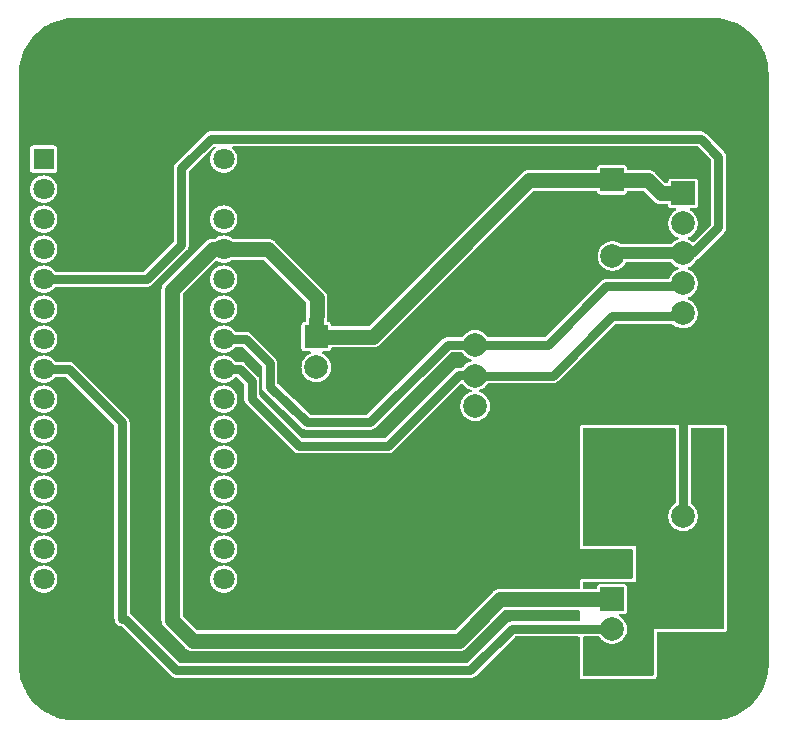
<source format=gtl>
G04 Layer: TopLayer*
G04 EasyEDA v6.4.19.5, 2021-05-28T08:08:18--3:00*
G04 c9b473d587b343d0a851897dfaf33f8f,59636247558045d2802cba280e4ac9d9,10*
G04 Gerber Generator version 0.2*
G04 Scale: 100 percent, Rotated: No, Reflected: No *
G04 Dimensions in millimeters *
G04 leading zeros omitted , absolute positions ,4 integer and 5 decimal *
%FSLAX45Y45*%
%MOMM*%

%ADD11C,1.2700*%
%ADD12C,0.7620*%
%ADD13C,1.0160*%
%ADD14R,2.0000X2.0000*%
%ADD15C,2.0000*%
%ADD16C,4.5000*%
%ADD17R,1.8000X1.8000*%
%ADD18C,1.8000*%

%LPD*%
G36*
X298043Y25654D02*
G01*
X267970Y26720D01*
X238302Y29667D01*
X208940Y34493D01*
X179882Y41097D01*
X151333Y49530D01*
X123342Y59791D01*
X96062Y71729D01*
X69596Y85394D01*
X43992Y100634D01*
X19456Y117500D01*
X-4013Y135890D01*
X-26263Y155702D01*
X-47244Y176834D01*
X-66852Y199288D01*
X-84988Y222910D01*
X-101600Y247599D01*
X-116687Y273304D01*
X-130098Y299923D01*
X-141782Y327304D01*
X-151739Y355346D01*
X-159969Y383997D01*
X-166319Y413105D01*
X-170840Y442569D01*
X-173532Y472236D01*
X-174345Y501446D01*
X-174345Y5501995D01*
X-173228Y5532170D01*
X-170281Y5561736D01*
X-165506Y5591048D01*
X-158902Y5620004D01*
X-150469Y5648502D01*
X-140309Y5676442D01*
X-128371Y5703671D01*
X-114808Y5730087D01*
X-99568Y5755589D01*
X-82804Y5780125D01*
X-64516Y5803544D01*
X-44805Y5825744D01*
X-23723Y5846673D01*
X-1371Y5866282D01*
X22148Y5884418D01*
X46786Y5901080D01*
X72390Y5916117D01*
X98856Y5929579D01*
X126187Y5941314D01*
X154127Y5951321D01*
X182676Y5959602D01*
X211683Y5966053D01*
X241046Y5970625D01*
X270611Y5973419D01*
X300532Y5974334D01*
X5701080Y5974334D01*
X5731662Y5973267D01*
X5761228Y5970371D01*
X5790590Y5965596D01*
X5819597Y5958992D01*
X5848096Y5950610D01*
X5876036Y5940450D01*
X5903315Y5928563D01*
X5929731Y5914948D01*
X5955284Y5899759D01*
X5979820Y5882995D01*
X6003290Y5864707D01*
X6025540Y5844997D01*
X6046520Y5823915D01*
X6066129Y5801563D01*
X6084316Y5778042D01*
X6100978Y5753404D01*
X6116066Y5727750D01*
X6129528Y5701284D01*
X6141262Y5673953D01*
X6151321Y5645962D01*
X6159550Y5617413D01*
X6166002Y5588355D01*
X6170625Y5558993D01*
X6173419Y5529376D01*
X6174333Y5499455D01*
X6174282Y509778D01*
X6173927Y479094D01*
X6171641Y449224D01*
X6167475Y419506D01*
X6161481Y390144D01*
X6153607Y361238D01*
X6143955Y332892D01*
X6132525Y305206D01*
X6119368Y278282D01*
X6104534Y252221D01*
X6088075Y227177D01*
X6070041Y203200D01*
X6050584Y180441D01*
X6029706Y158953D01*
X6007506Y138785D01*
X5984087Y120091D01*
X5959551Y102920D01*
X5933948Y87325D01*
X5907430Y73406D01*
X5880049Y61163D01*
X5852007Y50647D01*
X5823305Y41960D01*
X5794146Y35052D01*
X5764631Y30073D01*
X5734812Y26924D01*
X5704738Y25654D01*
G37*

%LPC*%
G36*
X4600549Y374345D02*
G01*
X5199430Y374345D01*
X5205679Y375056D01*
X5211114Y376936D01*
X5215940Y379984D01*
X5220004Y384048D01*
X5223052Y388874D01*
X5224932Y394309D01*
X5225643Y400558D01*
X5225643Y764184D01*
X5226405Y768096D01*
X5228640Y771347D01*
X5231942Y773582D01*
X5235803Y774344D01*
X5799429Y774344D01*
X5805678Y775055D01*
X5811113Y776935D01*
X5815939Y779983D01*
X5820003Y784047D01*
X5823051Y788873D01*
X5824931Y794308D01*
X5825642Y800557D01*
X5825642Y2499410D01*
X5824931Y2505710D01*
X5823051Y2511094D01*
X5820003Y2515971D01*
X5815939Y2519984D01*
X5811113Y2523032D01*
X5805678Y2524963D01*
X5799429Y2525674D01*
X4600549Y2525674D01*
X4594301Y2524963D01*
X4588916Y2523032D01*
X4584039Y2519984D01*
X4579975Y2515971D01*
X4576927Y2511094D01*
X4575048Y2505710D01*
X4574336Y2499410D01*
X4574336Y1500581D01*
X4575048Y1494282D01*
X4576927Y1488897D01*
X4579975Y1484020D01*
X4584039Y1480007D01*
X4588916Y1476959D01*
X4594301Y1475028D01*
X4600549Y1474368D01*
X5014163Y1474368D01*
X5018074Y1473555D01*
X5021376Y1471371D01*
X5023561Y1468069D01*
X5024323Y1464208D01*
X5024323Y1235811D01*
X5023561Y1231950D01*
X5021376Y1228648D01*
X5018074Y1226413D01*
X5014163Y1225651D01*
X4600549Y1225651D01*
X4594301Y1224940D01*
X4588916Y1223060D01*
X4584039Y1220012D01*
X4579975Y1215948D01*
X4576927Y1211122D01*
X4575048Y1205687D01*
X4574336Y1199438D01*
X4574336Y1149350D01*
X4573574Y1145438D01*
X4571390Y1142187D01*
X4568088Y1139952D01*
X4564176Y1139190D01*
X3900119Y1139190D01*
X3893565Y1138936D01*
X3887215Y1138275D01*
X3880967Y1137158D01*
X3874820Y1135583D01*
X3868775Y1133551D01*
X3862882Y1131112D01*
X3857193Y1128268D01*
X3851706Y1125016D01*
X3846474Y1121410D01*
X3841546Y1117396D01*
X3836771Y1112926D01*
X3515969Y792175D01*
X3512667Y789940D01*
X3508756Y789178D01*
X1341120Y789178D01*
X1337208Y789940D01*
X1333906Y792175D01*
X1215085Y910996D01*
X1212850Y914298D01*
X1212088Y918210D01*
X1212088Y3631692D01*
X1212850Y3635603D01*
X1215085Y3638905D01*
X1491081Y3914901D01*
X1493875Y3916883D01*
X1497177Y3917848D01*
X1500581Y3917645D01*
X1503730Y3916324D01*
X1506270Y3914648D01*
X1519428Y3908501D01*
X1533245Y3903979D01*
X1547520Y3901287D01*
X1561998Y3900373D01*
X1576476Y3901287D01*
X1590751Y3903979D01*
X1604568Y3908501D01*
X1617726Y3914648D01*
X1629968Y3922471D01*
X1632457Y3924503D01*
X1635506Y3926230D01*
X1638909Y3926840D01*
X1892807Y3926840D01*
X1896719Y3926078D01*
X1900021Y3923842D01*
X2257247Y3566617D01*
X2259482Y3563264D01*
X2260193Y3559301D01*
X2257907Y3410661D01*
X2257094Y3406851D01*
X2254910Y3403600D01*
X2251608Y3401415D01*
X2247747Y3400653D01*
X2245563Y3400653D01*
X2239314Y3399942D01*
X2233879Y3398062D01*
X2229053Y3395014D01*
X2224989Y3390950D01*
X2221941Y3386124D01*
X2220061Y3380689D01*
X2219350Y3374440D01*
X2219350Y3175558D01*
X2220061Y3169310D01*
X2221941Y3163925D01*
X2224989Y3159048D01*
X2229053Y3154984D01*
X2233879Y3151936D01*
X2239314Y3150057D01*
X2245563Y3149346D01*
X2290622Y3149346D01*
X2294483Y3148584D01*
X2297734Y3146450D01*
X2299970Y3143199D01*
X2300782Y3139389D01*
X2300071Y3135528D01*
X2297988Y3132175D01*
X2294788Y3129940D01*
X2286609Y3126232D01*
X2273655Y3118408D01*
X2261666Y3109061D01*
X2250948Y3098342D01*
X2241600Y3086354D01*
X2233777Y3073400D01*
X2227529Y3059582D01*
X2223008Y3045053D01*
X2220264Y3030169D01*
X2219350Y3015030D01*
X2220264Y2999841D01*
X2223008Y2984957D01*
X2227529Y2970479D01*
X2233777Y2956610D01*
X2241600Y2943656D01*
X2250948Y2931718D01*
X2261666Y2920949D01*
X2273655Y2911602D01*
X2286609Y2903778D01*
X2300427Y2897530D01*
X2314956Y2893009D01*
X2329840Y2890266D01*
X2344978Y2889351D01*
X2360168Y2890266D01*
X2375052Y2893009D01*
X2389530Y2897530D01*
X2403398Y2903778D01*
X2416352Y2911602D01*
X2428290Y2920949D01*
X2439060Y2931718D01*
X2448407Y2943656D01*
X2456230Y2956610D01*
X2462479Y2970479D01*
X2467000Y2984957D01*
X2469743Y2999841D01*
X2470658Y3015030D01*
X2469743Y3030169D01*
X2467000Y3045053D01*
X2462479Y3059582D01*
X2456230Y3073400D01*
X2448407Y3086354D01*
X2439060Y3098342D01*
X2428290Y3109061D01*
X2416352Y3118408D01*
X2403398Y3126232D01*
X2395220Y3129940D01*
X2392019Y3132175D01*
X2389936Y3135528D01*
X2389225Y3139389D01*
X2390038Y3143199D01*
X2392273Y3146450D01*
X2395524Y3148584D01*
X2399385Y3149346D01*
X2444445Y3149346D01*
X2450693Y3150057D01*
X2456078Y3151936D01*
X2460955Y3154984D01*
X2465019Y3159048D01*
X2468067Y3163925D01*
X2469946Y3169259D01*
X2470708Y3176778D01*
X2471775Y3180384D01*
X2474010Y3183280D01*
X2477160Y3185261D01*
X2480818Y3185922D01*
X2824784Y3185922D01*
X2831338Y3186176D01*
X2837688Y3186836D01*
X2843936Y3187954D01*
X2850083Y3189528D01*
X2856128Y3191560D01*
X2862021Y3193999D01*
X2867710Y3196844D01*
X2873197Y3200095D01*
X2878429Y3203702D01*
X2883357Y3207715D01*
X2888132Y3212185D01*
X4183786Y4507788D01*
X4187088Y4510024D01*
X4191000Y4510786D01*
X4714544Y4510786D01*
X4718202Y4510125D01*
X4721352Y4508195D01*
X4723587Y4505299D01*
X4724654Y4501743D01*
X4725060Y4498289D01*
X4726940Y4492904D01*
X4729988Y4488027D01*
X4734052Y4484014D01*
X4738878Y4480966D01*
X4744313Y4479036D01*
X4750562Y4478324D01*
X4949444Y4478324D01*
X4955692Y4479036D01*
X4961128Y4480966D01*
X4965954Y4484014D01*
X4970018Y4488027D01*
X4973066Y4492904D01*
X4974945Y4498289D01*
X4975352Y4501845D01*
X4976418Y4505350D01*
X4978654Y4508246D01*
X4981803Y4510176D01*
X4985461Y4510836D01*
X5108854Y4510836D01*
X5112766Y4510074D01*
X5116017Y4507890D01*
X5199532Y4424375D01*
X5204307Y4419955D01*
X5209286Y4415942D01*
X5214518Y4412335D01*
X5220004Y4409084D01*
X5225643Y4406239D01*
X5231536Y4403801D01*
X5237581Y4401769D01*
X5243779Y4400194D01*
X5250027Y4399076D01*
X5256326Y4398365D01*
X5262880Y4398162D01*
X5314289Y4398162D01*
X5317896Y4397451D01*
X5321096Y4395520D01*
X5323332Y4392574D01*
X5324348Y4389018D01*
X5325160Y4381449D01*
X5327040Y4376064D01*
X5330088Y4371238D01*
X5334101Y4367174D01*
X5338978Y4364126D01*
X5344363Y4362246D01*
X5350662Y4361535D01*
X5383530Y4361535D01*
X5387797Y4360570D01*
X5391251Y4357928D01*
X5393334Y4354068D01*
X5393588Y4349750D01*
X5391962Y4345686D01*
X5388813Y4342688D01*
X5378704Y4336592D01*
X5366766Y4327194D01*
X5356047Y4316476D01*
X5346700Y4304538D01*
X5338826Y4291584D01*
X5332628Y4277715D01*
X5328107Y4263237D01*
X5325364Y4248302D01*
X5324449Y4233164D01*
X5325364Y4218025D01*
X5328107Y4203090D01*
X5332628Y4188612D01*
X5338826Y4174794D01*
X5346700Y4161790D01*
X5356047Y4149851D01*
X5366766Y4139133D01*
X5378704Y4129786D01*
X5391708Y4121912D01*
X5406085Y4115409D01*
X5409234Y4113174D01*
X5411368Y4109974D01*
X5412079Y4106164D01*
X5411317Y4102354D01*
X5409234Y4099102D01*
X5406085Y4096918D01*
X5391708Y4090415D01*
X5378704Y4082592D01*
X5366766Y4073194D01*
X5356047Y4062476D01*
X5353812Y4059631D01*
X5351576Y4057548D01*
X5348833Y4056227D01*
X5345836Y4055770D01*
X4934153Y4055770D01*
X4930800Y4056329D01*
X4927854Y4057904D01*
X4923332Y4061460D01*
X4910378Y4069334D01*
X4896510Y4075531D01*
X4882032Y4080052D01*
X4867097Y4082796D01*
X4851958Y4083710D01*
X4836820Y4082796D01*
X4821885Y4080052D01*
X4807407Y4075531D01*
X4793589Y4069334D01*
X4780584Y4061460D01*
X4768646Y4052112D01*
X4757928Y4041394D01*
X4748580Y4029456D01*
X4740706Y4016451D01*
X4734509Y4002633D01*
X4729988Y3988155D01*
X4727244Y3973220D01*
X4726330Y3958082D01*
X4727244Y3942943D01*
X4729988Y3928008D01*
X4734509Y3913530D01*
X4740706Y3899712D01*
X4748580Y3886708D01*
X4757928Y3874770D01*
X4768646Y3864051D01*
X4780584Y3854653D01*
X4793589Y3846829D01*
X4807407Y3840581D01*
X4821885Y3836111D01*
X4836820Y3833368D01*
X4851958Y3832453D01*
X4867097Y3833368D01*
X4882032Y3836111D01*
X4896510Y3840581D01*
X4910378Y3846829D01*
X4923332Y3854653D01*
X4935270Y3864051D01*
X4945989Y3874770D01*
X4955387Y3886708D01*
X4962144Y3897934D01*
X4964430Y3900576D01*
X4967427Y3902252D01*
X4970881Y3902862D01*
X5345633Y3902862D01*
X5348630Y3902405D01*
X5351373Y3901033D01*
X5353608Y3898950D01*
X5356047Y3895851D01*
X5366766Y3885133D01*
X5378704Y3875786D01*
X5391708Y3867912D01*
X5406085Y3861409D01*
X5409234Y3859174D01*
X5411368Y3855974D01*
X5412079Y3852164D01*
X5411317Y3848354D01*
X5409234Y3845102D01*
X5406085Y3842918D01*
X5391708Y3836415D01*
X5378704Y3828592D01*
X5366766Y3819194D01*
X5356047Y3808476D01*
X5346700Y3796537D01*
X5338826Y3783584D01*
X5332628Y3769766D01*
X5330393Y3766565D01*
X5327142Y3764483D01*
X5323332Y3763772D01*
X4800295Y3763772D01*
X4789728Y3762908D01*
X4781600Y3761028D01*
X4779518Y3760368D01*
X4771796Y3757168D01*
X4762804Y3751783D01*
X4754676Y3744874D01*
X4282541Y3272739D01*
X4279239Y3270503D01*
X4275378Y3269742D01*
X3803751Y3269742D01*
X3800348Y3270351D01*
X3797300Y3272028D01*
X3795064Y3274669D01*
X3793388Y3277362D01*
X3784041Y3289300D01*
X3773322Y3300069D01*
X3761384Y3309416D01*
X3748379Y3317240D01*
X3734562Y3323488D01*
X3720084Y3328009D01*
X3705148Y3330752D01*
X3690010Y3331667D01*
X3674872Y3330752D01*
X3659936Y3328009D01*
X3645458Y3323488D01*
X3631590Y3317240D01*
X3618636Y3309416D01*
X3606698Y3300069D01*
X3595979Y3289300D01*
X3586581Y3277362D01*
X3584956Y3274669D01*
X3582670Y3272028D01*
X3579672Y3270351D01*
X3576269Y3269742D01*
X3456228Y3269742D01*
X3447796Y3269234D01*
X3437534Y3266998D01*
X3435400Y3266338D01*
X3425748Y3262172D01*
X3418687Y3257753D01*
X3410610Y3250844D01*
X2776677Y2616657D01*
X2773375Y2614422D01*
X2769463Y2613660D01*
X2295804Y2613660D01*
X2292045Y2614371D01*
X2288794Y2616454D01*
X2016861Y2876194D01*
X2014524Y2879547D01*
X2013712Y2883509D01*
X2013712Y3049727D01*
X2013204Y3058109D01*
X2011019Y3068421D01*
X2007158Y3078226D01*
X2006142Y3080207D01*
X2001723Y3087268D01*
X1994814Y3095345D01*
X1791309Y3298850D01*
X1783232Y3305759D01*
X1776171Y3310178D01*
X1774189Y3311194D01*
X1764385Y3315055D01*
X1754073Y3317240D01*
X1745691Y3317748D01*
X1663496Y3317748D01*
X1660347Y3318256D01*
X1657553Y3319678D01*
X1655267Y3321913D01*
X1651101Y3327704D01*
X1641144Y3338271D01*
X1629968Y3347567D01*
X1617726Y3355340D01*
X1604568Y3361537D01*
X1590751Y3366008D01*
X1576476Y3368700D01*
X1561998Y3369614D01*
X1547520Y3368700D01*
X1533245Y3366008D01*
X1519428Y3361537D01*
X1506270Y3355340D01*
X1494028Y3347567D01*
X1482852Y3338271D01*
X1472895Y3327704D01*
X1464360Y3315970D01*
X1457350Y3303219D01*
X1452016Y3289706D01*
X1448409Y3275685D01*
X1446580Y3261258D01*
X1446580Y3246729D01*
X1448409Y3232353D01*
X1452016Y3218281D01*
X1457350Y3204768D01*
X1464360Y3192018D01*
X1472895Y3180283D01*
X1482852Y3169716D01*
X1494028Y3160471D01*
X1506270Y3152648D01*
X1519428Y3146501D01*
X1533245Y3141980D01*
X1547520Y3139287D01*
X1561998Y3138373D01*
X1576476Y3139287D01*
X1590751Y3141980D01*
X1604568Y3146501D01*
X1617726Y3152648D01*
X1629968Y3160471D01*
X1641144Y3169716D01*
X1651101Y3180283D01*
X1655267Y3186074D01*
X1657553Y3188309D01*
X1660347Y3189732D01*
X1663496Y3190240D01*
X1715363Y3190240D01*
X1719275Y3189478D01*
X1722577Y3187242D01*
X1883206Y3026613D01*
X1885442Y3023311D01*
X1886204Y3019399D01*
X1886204Y2852267D01*
X1886915Y2842615D01*
X1889302Y2832354D01*
X1893366Y2822600D01*
X1898954Y2813710D01*
X1906219Y2805531D01*
X2221992Y2503982D01*
X2227122Y2499563D01*
X2230272Y2497226D01*
X2235911Y2493822D01*
X2239416Y2492044D01*
X2245563Y2489606D01*
X2249322Y2488438D01*
X2255774Y2487015D01*
X2259685Y2486507D01*
X2266442Y2486152D01*
X2799791Y2486152D01*
X2808224Y2486660D01*
X2818485Y2488895D01*
X2820619Y2489555D01*
X2830271Y2493721D01*
X2837332Y2498140D01*
X2845409Y2505049D01*
X3479342Y3139236D01*
X3482644Y3141472D01*
X3486556Y3142234D01*
X3576269Y3142234D01*
X3579672Y3141624D01*
X3582720Y3139948D01*
X3584956Y3137306D01*
X3586581Y3134614D01*
X3595979Y3122676D01*
X3606698Y3111957D01*
X3618636Y3102610D01*
X3631590Y3094786D01*
X3645458Y3088538D01*
X3654551Y3085693D01*
X3658260Y3083610D01*
X3660800Y3080156D01*
X3661664Y3075990D01*
X3660800Y3071825D01*
X3658260Y3068421D01*
X3654551Y3066288D01*
X3645458Y3063443D01*
X3631590Y3057245D01*
X3618636Y3049371D01*
X3606698Y3040024D01*
X3595979Y3029305D01*
X3586784Y3017621D01*
X3584549Y3015488D01*
X3581806Y3014167D01*
X3578809Y3013710D01*
X3550208Y3013710D01*
X3541826Y3013202D01*
X3531514Y3011017D01*
X3521710Y3007156D01*
X3519728Y3006140D01*
X3512667Y3001721D01*
X3504590Y2994812D01*
X2926537Y2416759D01*
X2923235Y2414524D01*
X2919323Y2413762D01*
X2230526Y2413762D01*
X2226614Y2414524D01*
X2223312Y2416759D01*
X1866849Y2773476D01*
X1864614Y2776778D01*
X1863852Y2780639D01*
X1863852Y2899613D01*
X1863343Y2907995D01*
X1861159Y2918307D01*
X1857298Y2928112D01*
X1856282Y2930093D01*
X1851863Y2937154D01*
X1844954Y2945231D01*
X1745335Y3044850D01*
X1737258Y3051759D01*
X1730197Y3056178D01*
X1728216Y3057194D01*
X1718411Y3061055D01*
X1708099Y3063240D01*
X1699717Y3063748D01*
X1663496Y3063748D01*
X1660347Y3064256D01*
X1657553Y3065678D01*
X1655267Y3067913D01*
X1651101Y3073704D01*
X1641144Y3084271D01*
X1629968Y3093567D01*
X1617726Y3101340D01*
X1604568Y3107537D01*
X1590751Y3112008D01*
X1576476Y3114700D01*
X1561998Y3115614D01*
X1547520Y3114700D01*
X1533245Y3112008D01*
X1519428Y3107537D01*
X1506270Y3101340D01*
X1494028Y3093567D01*
X1482852Y3084271D01*
X1472895Y3073704D01*
X1464360Y3061970D01*
X1457350Y3049219D01*
X1452016Y3035706D01*
X1448409Y3021685D01*
X1446580Y3007258D01*
X1446580Y2992729D01*
X1448409Y2978353D01*
X1452016Y2964281D01*
X1457350Y2950768D01*
X1464360Y2938018D01*
X1472895Y2926283D01*
X1482852Y2915716D01*
X1494028Y2906471D01*
X1506270Y2898648D01*
X1519428Y2892501D01*
X1533245Y2887980D01*
X1547520Y2885287D01*
X1561998Y2884373D01*
X1576476Y2885287D01*
X1590751Y2887980D01*
X1604568Y2892501D01*
X1617726Y2898648D01*
X1629968Y2906471D01*
X1641144Y2915716D01*
X1651101Y2926283D01*
X1655267Y2932074D01*
X1657553Y2934309D01*
X1660347Y2935732D01*
X1663496Y2936240D01*
X1669389Y2936240D01*
X1673301Y2935478D01*
X1676603Y2933242D01*
X1733346Y2876499D01*
X1735582Y2873197D01*
X1736343Y2869285D01*
X1736343Y2750362D01*
X1736852Y2741980D01*
X1739036Y2731668D01*
X1742897Y2721914D01*
X1743913Y2719882D01*
X1749653Y2711043D01*
X1755241Y2704744D01*
X2154580Y2305151D01*
X2162657Y2298242D01*
X2169718Y2293823D01*
X2179370Y2289657D01*
X2181504Y2288997D01*
X2191766Y2286762D01*
X2200198Y2286254D01*
X2949651Y2286254D01*
X2958033Y2286762D01*
X2968345Y2288946D01*
X2978150Y2292807D01*
X2980131Y2293823D01*
X2987192Y2298242D01*
X2995269Y2305151D01*
X3569208Y2879090D01*
X3572205Y2881172D01*
X3575761Y2882036D01*
X3579418Y2881579D01*
X3582670Y2879902D01*
X3585057Y2877159D01*
X3586581Y2874619D01*
X3595979Y2862681D01*
X3606698Y2851962D01*
X3618636Y2842615D01*
X3631590Y2834741D01*
X3645458Y2828544D01*
X3654501Y2825699D01*
X3658209Y2823616D01*
X3660749Y2820162D01*
X3661664Y2815996D01*
X3660749Y2811830D01*
X3658209Y2808376D01*
X3654501Y2806293D01*
X3645458Y2803499D01*
X3631590Y2797251D01*
X3618636Y2789428D01*
X3606698Y2780030D01*
X3595979Y2769311D01*
X3586581Y2757373D01*
X3578758Y2744419D01*
X3572510Y2730550D01*
X3567988Y2716072D01*
X3565296Y2701137D01*
X3564382Y2685999D01*
X3565296Y2670860D01*
X3567988Y2655925D01*
X3572510Y2641447D01*
X3578758Y2627630D01*
X3586581Y2614625D01*
X3595979Y2602687D01*
X3606698Y2591968D01*
X3618636Y2582621D01*
X3631590Y2574747D01*
X3645458Y2568549D01*
X3659936Y2564028D01*
X3674872Y2561285D01*
X3690010Y2560370D01*
X3705148Y2561285D01*
X3720084Y2564028D01*
X3734562Y2568549D01*
X3748379Y2574747D01*
X3761384Y2582621D01*
X3773322Y2591968D01*
X3784041Y2602687D01*
X3793388Y2614625D01*
X3801262Y2627630D01*
X3807460Y2641447D01*
X3811981Y2655925D01*
X3814724Y2670860D01*
X3815638Y2685999D01*
X3814724Y2701137D01*
X3811981Y2716072D01*
X3807460Y2730550D01*
X3801262Y2744419D01*
X3793388Y2757373D01*
X3784041Y2769311D01*
X3773322Y2780030D01*
X3761384Y2789428D01*
X3748379Y2797251D01*
X3734562Y2803499D01*
X3725468Y2806293D01*
X3721760Y2808376D01*
X3719271Y2811830D01*
X3718356Y2815996D01*
X3719271Y2820162D01*
X3721760Y2823616D01*
X3725468Y2825699D01*
X3734562Y2828544D01*
X3748379Y2834741D01*
X3761384Y2842615D01*
X3773322Y2851962D01*
X3784041Y2862681D01*
X3793388Y2874619D01*
X3795014Y2877312D01*
X3797300Y2879902D01*
X3800297Y2881630D01*
X3803700Y2882188D01*
X4345635Y2882188D01*
X4356252Y2883052D01*
X4364380Y2884932D01*
X4366463Y2885592D01*
X4374134Y2888792D01*
X4376115Y2889808D01*
X4383176Y2894228D01*
X4384954Y2895549D01*
X4391253Y2901086D01*
X4873447Y3383279D01*
X4876749Y3385464D01*
X4880610Y3386226D01*
X5353456Y3386226D01*
X5357317Y3385464D01*
X5360619Y3383279D01*
X5366766Y3377133D01*
X5378704Y3367786D01*
X5391708Y3359912D01*
X5405526Y3353714D01*
X5420004Y3349193D01*
X5434939Y3346450D01*
X5450078Y3345535D01*
X5465216Y3346450D01*
X5480151Y3349193D01*
X5494629Y3353714D01*
X5508447Y3359912D01*
X5521452Y3367786D01*
X5533390Y3377133D01*
X5544108Y3387851D01*
X5553456Y3399790D01*
X5561330Y3412794D01*
X5567527Y3426612D01*
X5572048Y3441090D01*
X5574792Y3456025D01*
X5575706Y3471164D01*
X5574792Y3486302D01*
X5572048Y3501237D01*
X5567527Y3515715D01*
X5561330Y3529584D01*
X5553456Y3542537D01*
X5544108Y3554476D01*
X5533390Y3565194D01*
X5521452Y3574592D01*
X5508447Y3582415D01*
X5494070Y3588918D01*
X5490921Y3591153D01*
X5488787Y3594404D01*
X5488076Y3598214D01*
X5488838Y3601974D01*
X5490921Y3605225D01*
X5494070Y3607460D01*
X5508447Y3613912D01*
X5521452Y3621786D01*
X5533390Y3631133D01*
X5544108Y3641851D01*
X5553456Y3653790D01*
X5561330Y3666794D01*
X5567527Y3680612D01*
X5572048Y3695090D01*
X5574792Y3710025D01*
X5575706Y3725164D01*
X5574792Y3740302D01*
X5572048Y3755237D01*
X5567527Y3769715D01*
X5561330Y3783584D01*
X5553456Y3796537D01*
X5544108Y3808476D01*
X5533390Y3819194D01*
X5521452Y3828592D01*
X5508447Y3836415D01*
X5494070Y3842918D01*
X5490921Y3845153D01*
X5488787Y3848404D01*
X5488076Y3852214D01*
X5488838Y3855974D01*
X5490921Y3859225D01*
X5494070Y3861460D01*
X5508447Y3867912D01*
X5521452Y3875786D01*
X5533390Y3885133D01*
X5544108Y3895851D01*
X5553456Y3907790D01*
X5561330Y3920794D01*
X5563717Y3925315D01*
X5568391Y3929075D01*
X5574588Y3934510D01*
X5794908Y4154576D01*
X5800496Y4160926D01*
X5806236Y4169714D01*
X5810402Y4179417D01*
X5811062Y4181449D01*
X5813298Y4191762D01*
X5813806Y4200194D01*
X5813806Y4799787D01*
X5813298Y4808220D01*
X5811062Y4818532D01*
X5810402Y4820564D01*
X5806236Y4830267D01*
X5800496Y4839055D01*
X5794857Y4845456D01*
X5645200Y4994859D01*
X5638952Y5000396D01*
X5637123Y5001768D01*
X5630113Y5006136D01*
X5628081Y5007152D01*
X5620461Y5010302D01*
X5618276Y5011013D01*
X5607964Y5013198D01*
X5599633Y5013706D01*
X1450390Y5013706D01*
X1442008Y5013198D01*
X1431747Y5011013D01*
X1429562Y5010302D01*
X1421942Y5007152D01*
X1419910Y5006136D01*
X1411071Y5000396D01*
X1404823Y4994859D01*
X1155039Y4745329D01*
X1149451Y4738979D01*
X1143711Y4730191D01*
X1139545Y4720488D01*
X1138885Y4718456D01*
X1136650Y4708144D01*
X1136142Y4699711D01*
X1136142Y4080662D01*
X1135380Y4076750D01*
X1133144Y4073448D01*
X888441Y3828745D01*
X885139Y3826510D01*
X881227Y3825748D01*
X139496Y3825748D01*
X136347Y3826256D01*
X133553Y3827678D01*
X131267Y3829913D01*
X127101Y3835704D01*
X117144Y3846271D01*
X105968Y3855567D01*
X93726Y3863340D01*
X80568Y3869537D01*
X66751Y3874008D01*
X52476Y3876700D01*
X37998Y3877614D01*
X23520Y3876700D01*
X9245Y3874008D01*
X-4572Y3869537D01*
X-17729Y3863340D01*
X-29971Y3855567D01*
X-41148Y3846271D01*
X-51104Y3835704D01*
X-59639Y3823970D01*
X-66649Y3811219D01*
X-71983Y3797706D01*
X-75590Y3783685D01*
X-77419Y3769258D01*
X-77419Y3754729D01*
X-75590Y3740353D01*
X-71983Y3726281D01*
X-66649Y3712768D01*
X-59639Y3700018D01*
X-51104Y3688283D01*
X-41148Y3677716D01*
X-29971Y3668471D01*
X-17729Y3660648D01*
X-4572Y3654501D01*
X9245Y3649979D01*
X23520Y3647287D01*
X37998Y3646373D01*
X52476Y3647287D01*
X66751Y3649979D01*
X80568Y3654501D01*
X93726Y3660648D01*
X105968Y3668471D01*
X117144Y3677716D01*
X127101Y3688283D01*
X131267Y3694074D01*
X133553Y3696309D01*
X136347Y3697732D01*
X139496Y3698240D01*
X911555Y3698240D01*
X919937Y3698748D01*
X930249Y3700932D01*
X940053Y3704793D01*
X942035Y3705809D01*
X949096Y3710228D01*
X957173Y3717137D01*
X1244752Y4004716D01*
X1251661Y4012793D01*
X1256080Y4019854D01*
X1257096Y4021836D01*
X1260957Y4031640D01*
X1263142Y4041952D01*
X1263650Y4050334D01*
X1263650Y4669383D01*
X1264412Y4673244D01*
X1266647Y4676546D01*
X1473504Y4883200D01*
X1476806Y4885436D01*
X1480667Y4886198D01*
X1483512Y4886198D01*
X1487576Y4885385D01*
X1490929Y4882997D01*
X1493062Y4879492D01*
X1493672Y4875377D01*
X1492554Y4871415D01*
X1490014Y4868214D01*
X1482852Y4862271D01*
X1472895Y4851704D01*
X1464360Y4839970D01*
X1457350Y4827219D01*
X1452016Y4813706D01*
X1448409Y4799685D01*
X1446580Y4785258D01*
X1446580Y4770729D01*
X1448409Y4756353D01*
X1452016Y4742281D01*
X1457350Y4728768D01*
X1464360Y4716018D01*
X1472895Y4704283D01*
X1482852Y4693716D01*
X1494028Y4684471D01*
X1506270Y4676648D01*
X1519428Y4670501D01*
X1533245Y4665980D01*
X1547520Y4663287D01*
X1561998Y4662373D01*
X1576476Y4663287D01*
X1590751Y4665980D01*
X1604568Y4670501D01*
X1617726Y4676648D01*
X1629968Y4684471D01*
X1641144Y4693716D01*
X1651101Y4704283D01*
X1659636Y4716018D01*
X1666646Y4728768D01*
X1671980Y4742281D01*
X1675587Y4756353D01*
X1677416Y4770729D01*
X1677416Y4785258D01*
X1675587Y4799685D01*
X1671980Y4813706D01*
X1666646Y4827219D01*
X1659636Y4839970D01*
X1651101Y4851704D01*
X1641144Y4862271D01*
X1633982Y4868214D01*
X1631442Y4871415D01*
X1630324Y4875377D01*
X1630933Y4879492D01*
X1633067Y4882997D01*
X1636471Y4885385D01*
X1640484Y4886198D01*
X5569356Y4886198D01*
X5573268Y4885436D01*
X5576519Y4883251D01*
X5683300Y4776622D01*
X5685536Y4773320D01*
X5686298Y4769459D01*
X5686298Y4230522D01*
X5685536Y4226661D01*
X5683300Y4223359D01*
X5539536Y4079748D01*
X5536539Y4077665D01*
X5532983Y4076801D01*
X5529326Y4077208D01*
X5526125Y4078935D01*
X5521452Y4082592D01*
X5508447Y4090415D01*
X5494070Y4096918D01*
X5490921Y4099153D01*
X5488787Y4102404D01*
X5488076Y4106214D01*
X5488838Y4109974D01*
X5490921Y4113225D01*
X5494070Y4115460D01*
X5508447Y4121912D01*
X5521452Y4129786D01*
X5533390Y4139133D01*
X5544108Y4149851D01*
X5553456Y4161790D01*
X5561330Y4174794D01*
X5567527Y4188612D01*
X5572048Y4203090D01*
X5574792Y4218025D01*
X5575706Y4233164D01*
X5574792Y4248302D01*
X5572048Y4263237D01*
X5567527Y4277715D01*
X5561330Y4291584D01*
X5553456Y4304538D01*
X5544108Y4316476D01*
X5533390Y4327194D01*
X5521452Y4336592D01*
X5511342Y4342688D01*
X5508193Y4345686D01*
X5506567Y4349750D01*
X5506821Y4354068D01*
X5508904Y4357928D01*
X5512358Y4360570D01*
X5516626Y4361535D01*
X5549493Y4361535D01*
X5555792Y4362246D01*
X5561177Y4364126D01*
X5566054Y4367174D01*
X5570067Y4371238D01*
X5573115Y4376064D01*
X5575046Y4381500D01*
X5575757Y4387748D01*
X5575757Y4586630D01*
X5575046Y4592878D01*
X5573115Y4598263D01*
X5570067Y4603140D01*
X5566054Y4607204D01*
X5561177Y4610252D01*
X5555792Y4612132D01*
X5549493Y4612843D01*
X5350662Y4612843D01*
X5344363Y4612132D01*
X5338978Y4610252D01*
X5334101Y4607204D01*
X5330088Y4603140D01*
X5327040Y4598263D01*
X5325160Y4592929D01*
X5324348Y4585563D01*
X5323332Y4582007D01*
X5321046Y4579061D01*
X5317896Y4577130D01*
X5314289Y4576470D01*
X5303824Y4576470D01*
X5299964Y4577232D01*
X5296662Y4579416D01*
X5213146Y4662932D01*
X5208371Y4667402D01*
X5203393Y4671364D01*
X5198160Y4675022D01*
X5192725Y4678273D01*
X5187035Y4681118D01*
X5181142Y4683556D01*
X5175097Y4685538D01*
X5168950Y4687112D01*
X5162651Y4688230D01*
X5156352Y4688941D01*
X5149799Y4689144D01*
X4985816Y4689144D01*
X4981905Y4689906D01*
X4978654Y4692142D01*
X4976418Y4695444D01*
X4975656Y4699304D01*
X4975656Y4703419D01*
X4974945Y4709718D01*
X4973066Y4715103D01*
X4970018Y4719980D01*
X4965954Y4723993D01*
X4961128Y4727041D01*
X4955692Y4728972D01*
X4949444Y4729632D01*
X4750562Y4729632D01*
X4744313Y4728972D01*
X4738878Y4727041D01*
X4734052Y4723993D01*
X4729988Y4719980D01*
X4726940Y4715103D01*
X4725060Y4709718D01*
X4724349Y4703419D01*
X4724349Y4699254D01*
X4723587Y4695342D01*
X4721352Y4692091D01*
X4718050Y4689856D01*
X4714189Y4689094D01*
X4150055Y4689094D01*
X4143501Y4688840D01*
X4137151Y4688179D01*
X4130903Y4687062D01*
X4124756Y4685487D01*
X4118711Y4683455D01*
X4112818Y4681016D01*
X4107129Y4678172D01*
X4101642Y4674920D01*
X4096410Y4671314D01*
X4091482Y4667300D01*
X4086707Y4662830D01*
X2791053Y3367227D01*
X2787751Y3364992D01*
X2783840Y3364229D01*
X2480818Y3364229D01*
X2477160Y3364890D01*
X2474010Y3366820D01*
X2471775Y3369767D01*
X2470708Y3373323D01*
X2469946Y3380740D01*
X2468067Y3386124D01*
X2465019Y3390950D01*
X2460955Y3395014D01*
X2456078Y3398062D01*
X2450693Y3399942D01*
X2445258Y3400551D01*
X2441702Y3401669D01*
X2438806Y3403955D01*
X2436876Y3407156D01*
X2436266Y3410813D01*
X2439162Y3598367D01*
X2438908Y3606393D01*
X2438450Y3611168D01*
X2437079Y3618992D01*
X2435961Y3623665D01*
X2433523Y3631184D01*
X2431694Y3635654D01*
X2428189Y3642715D01*
X2425801Y3646932D01*
X2421331Y3653434D01*
X2418334Y3657193D01*
X2412898Y3663137D01*
X1997100Y4078884D01*
X1992325Y4083354D01*
X1987397Y4087368D01*
X1982165Y4090974D01*
X1976678Y4094226D01*
X1970989Y4097070D01*
X1965096Y4099509D01*
X1959051Y4101541D01*
X1952904Y4103115D01*
X1946656Y4104233D01*
X1940306Y4104894D01*
X1933752Y4105148D01*
X1638960Y4105148D01*
X1635506Y4105757D01*
X1632457Y4107484D01*
X1629968Y4109567D01*
X1617726Y4117340D01*
X1604568Y4123537D01*
X1590751Y4128008D01*
X1576476Y4130700D01*
X1561998Y4131614D01*
X1547520Y4130700D01*
X1533245Y4128008D01*
X1519428Y4123537D01*
X1506270Y4117340D01*
X1494028Y4109567D01*
X1491538Y4107484D01*
X1488490Y4105757D01*
X1485036Y4105148D01*
X1466291Y4105148D01*
X1459738Y4104894D01*
X1453388Y4104233D01*
X1447139Y4103115D01*
X1440992Y4101541D01*
X1434947Y4099509D01*
X1429054Y4097070D01*
X1423365Y4094226D01*
X1417878Y4090974D01*
X1412646Y4087368D01*
X1407718Y4083354D01*
X1402943Y4078884D01*
X1060043Y3735984D01*
X1055573Y3731209D01*
X1051560Y3726281D01*
X1047953Y3721049D01*
X1044702Y3715562D01*
X1041857Y3709873D01*
X1039418Y3703980D01*
X1037386Y3697935D01*
X1035812Y3691788D01*
X1034694Y3685540D01*
X1034034Y3679190D01*
X1033780Y3672636D01*
X1033780Y877265D01*
X1034034Y870712D01*
X1034694Y864362D01*
X1035812Y858113D01*
X1037386Y851966D01*
X1039418Y845921D01*
X1041857Y840028D01*
X1044702Y834339D01*
X1047953Y828852D01*
X1051560Y823620D01*
X1055573Y818692D01*
X1060043Y813917D01*
X1236827Y637133D01*
X1241602Y632663D01*
X1246530Y628650D01*
X1251762Y625043D01*
X1257249Y621792D01*
X1262938Y618947D01*
X1268831Y616508D01*
X1274876Y614476D01*
X1281023Y612902D01*
X1287272Y611784D01*
X1293622Y611124D01*
X1300175Y610870D01*
X3549700Y610870D01*
X3556254Y611124D01*
X3562604Y611784D01*
X3568852Y612902D01*
X3574999Y614476D01*
X3581044Y616508D01*
X3586937Y618947D01*
X3592626Y621792D01*
X3598113Y625043D01*
X3603345Y628650D01*
X3608273Y632663D01*
X3613048Y637133D01*
X3933850Y957884D01*
X3937152Y960119D01*
X3941064Y960882D01*
X4564176Y960882D01*
X4568088Y960119D01*
X4571390Y957884D01*
X4573574Y954633D01*
X4574336Y950721D01*
X4574336Y873912D01*
X4573574Y870051D01*
X4571390Y866749D01*
X4568088Y864514D01*
X4564176Y863752D01*
X4000347Y863752D01*
X3991914Y863244D01*
X3989730Y862939D01*
X3981602Y861060D01*
X3971848Y857199D01*
X3969867Y856183D01*
X3962806Y851763D01*
X3961028Y850442D01*
X3954729Y844854D01*
X3626662Y516839D01*
X3623360Y514604D01*
X3619500Y513842D01*
X1188872Y513842D01*
X1184960Y514604D01*
X1181658Y516839D01*
X766775Y931722D01*
X764540Y935024D01*
X763778Y938936D01*
X763778Y2549601D01*
X763270Y2558034D01*
X761085Y2568295D01*
X757224Y2578100D01*
X756208Y2580081D01*
X751789Y2587142D01*
X750468Y2588920D01*
X744880Y2595219D01*
X295249Y3044850D01*
X288950Y3050438D01*
X287172Y3051759D01*
X280111Y3056178D01*
X278130Y3057194D01*
X268325Y3061055D01*
X258064Y3063240D01*
X249631Y3063748D01*
X139496Y3063748D01*
X136347Y3064256D01*
X133553Y3065678D01*
X131267Y3067913D01*
X127101Y3073704D01*
X117144Y3084271D01*
X105968Y3093567D01*
X93726Y3101340D01*
X80568Y3107537D01*
X66751Y3112008D01*
X52476Y3114700D01*
X37998Y3115614D01*
X23520Y3114700D01*
X9245Y3112008D01*
X-4572Y3107537D01*
X-17729Y3101340D01*
X-29971Y3093567D01*
X-41148Y3084271D01*
X-51104Y3073704D01*
X-59639Y3061970D01*
X-66649Y3049219D01*
X-71983Y3035706D01*
X-75590Y3021685D01*
X-77419Y3007258D01*
X-77419Y2992729D01*
X-75590Y2978353D01*
X-71983Y2964281D01*
X-66649Y2950768D01*
X-59639Y2938018D01*
X-51104Y2926283D01*
X-41148Y2915716D01*
X-29971Y2906471D01*
X-17729Y2898648D01*
X-4572Y2892501D01*
X9245Y2887980D01*
X23520Y2885287D01*
X37998Y2884373D01*
X52476Y2885287D01*
X66751Y2887980D01*
X80568Y2892501D01*
X93726Y2898648D01*
X105968Y2906471D01*
X117144Y2915716D01*
X127101Y2926283D01*
X131267Y2932074D01*
X133553Y2934309D01*
X136347Y2935732D01*
X139496Y2936240D01*
X219354Y2936240D01*
X223215Y2935478D01*
X226517Y2933242D01*
X633272Y2526487D01*
X635508Y2523185D01*
X636270Y2519324D01*
X636270Y887425D01*
X636524Y881989D01*
X637133Y876757D01*
X638251Y871575D01*
X639724Y866546D01*
X641654Y861618D01*
X643940Y856894D01*
X646684Y852373D01*
X649732Y848055D01*
X653135Y844042D01*
X656844Y840333D01*
X660857Y836930D01*
X665175Y833882D01*
X669696Y831189D01*
X674420Y828852D01*
X679348Y826922D01*
X684225Y825500D01*
X691438Y824179D01*
X694334Y823163D01*
X696823Y821385D01*
X1112926Y405231D01*
X1119276Y399643D01*
X1121054Y398322D01*
X1128064Y393954D01*
X1130046Y392938D01*
X1137767Y389737D01*
X1139850Y389077D01*
X1147978Y387197D01*
X1158544Y386334D01*
X3649776Y386334D01*
X3660394Y387197D01*
X3668522Y389077D01*
X3670604Y389737D01*
X3678275Y392938D01*
X3680256Y393954D01*
X3687318Y398322D01*
X3689096Y399643D01*
X3695395Y405231D01*
X4023461Y733298D01*
X4026763Y735482D01*
X4030624Y736244D01*
X4564176Y736244D01*
X4568088Y735482D01*
X4571390Y733298D01*
X4573574Y729996D01*
X4574336Y726084D01*
X4574336Y400558D01*
X4575048Y394309D01*
X4576927Y388874D01*
X4579975Y384048D01*
X4584039Y379984D01*
X4588916Y376936D01*
X4594301Y375056D01*
G37*
G36*
X1561998Y1106373D02*
G01*
X1576476Y1107287D01*
X1590751Y1109980D01*
X1604568Y1114501D01*
X1617726Y1120648D01*
X1629968Y1128471D01*
X1641144Y1137716D01*
X1651101Y1148283D01*
X1659636Y1160018D01*
X1666646Y1172768D01*
X1671980Y1186281D01*
X1675587Y1200353D01*
X1677416Y1214729D01*
X1677416Y1229258D01*
X1675587Y1243685D01*
X1671980Y1257706D01*
X1666646Y1271219D01*
X1659636Y1283970D01*
X1651101Y1295704D01*
X1641144Y1306271D01*
X1629968Y1315567D01*
X1617726Y1323340D01*
X1604568Y1329537D01*
X1590751Y1334008D01*
X1576476Y1336700D01*
X1561998Y1337614D01*
X1547520Y1336700D01*
X1533245Y1334008D01*
X1519428Y1329537D01*
X1506270Y1323340D01*
X1494028Y1315567D01*
X1482852Y1306271D01*
X1472895Y1295704D01*
X1464360Y1283970D01*
X1457350Y1271219D01*
X1452016Y1257706D01*
X1448409Y1243685D01*
X1446580Y1229258D01*
X1446580Y1214729D01*
X1448409Y1200353D01*
X1452016Y1186281D01*
X1457350Y1172768D01*
X1464360Y1160018D01*
X1472895Y1148283D01*
X1482852Y1137716D01*
X1494028Y1128471D01*
X1506270Y1120648D01*
X1519428Y1114501D01*
X1533245Y1109980D01*
X1547520Y1107287D01*
G37*
G36*
X37998Y1106373D02*
G01*
X52476Y1107287D01*
X66751Y1109980D01*
X80568Y1114501D01*
X93726Y1120648D01*
X105968Y1128471D01*
X117144Y1137716D01*
X127101Y1148283D01*
X135636Y1160018D01*
X142646Y1172768D01*
X147980Y1186281D01*
X151587Y1200353D01*
X153416Y1214729D01*
X153416Y1229258D01*
X151587Y1243685D01*
X147980Y1257706D01*
X142646Y1271219D01*
X135636Y1283970D01*
X127101Y1295704D01*
X117144Y1306271D01*
X105968Y1315567D01*
X93726Y1323340D01*
X80568Y1329537D01*
X66751Y1334008D01*
X52476Y1336700D01*
X37998Y1337614D01*
X23520Y1336700D01*
X9245Y1334008D01*
X-4572Y1329537D01*
X-17729Y1323340D01*
X-29971Y1315567D01*
X-41148Y1306271D01*
X-51104Y1295704D01*
X-59639Y1283970D01*
X-66649Y1271219D01*
X-71983Y1257706D01*
X-75590Y1243685D01*
X-77419Y1229258D01*
X-77419Y1214729D01*
X-75590Y1200353D01*
X-71983Y1186281D01*
X-66649Y1172768D01*
X-59639Y1160018D01*
X-51104Y1148283D01*
X-41148Y1137716D01*
X-29971Y1128471D01*
X-17729Y1120648D01*
X-4572Y1114501D01*
X9245Y1109980D01*
X23520Y1107287D01*
G37*
G36*
X1561998Y1360373D02*
G01*
X1576476Y1361287D01*
X1590751Y1363980D01*
X1604568Y1368501D01*
X1617726Y1374648D01*
X1629968Y1382471D01*
X1641144Y1391716D01*
X1651101Y1402283D01*
X1659636Y1414018D01*
X1666646Y1426768D01*
X1671980Y1440281D01*
X1675587Y1454353D01*
X1677416Y1468729D01*
X1677416Y1483258D01*
X1675587Y1497685D01*
X1671980Y1511706D01*
X1666646Y1525219D01*
X1659636Y1537970D01*
X1651101Y1549704D01*
X1641144Y1560271D01*
X1629968Y1569567D01*
X1617726Y1577340D01*
X1604568Y1583537D01*
X1590751Y1588008D01*
X1576476Y1590700D01*
X1561998Y1591614D01*
X1547520Y1590700D01*
X1533245Y1588008D01*
X1519428Y1583537D01*
X1506270Y1577340D01*
X1494028Y1569567D01*
X1482852Y1560271D01*
X1472895Y1549704D01*
X1464360Y1537970D01*
X1457350Y1525219D01*
X1452016Y1511706D01*
X1448409Y1497685D01*
X1446580Y1483258D01*
X1446580Y1468729D01*
X1448409Y1454353D01*
X1452016Y1440281D01*
X1457350Y1426768D01*
X1464360Y1414018D01*
X1472895Y1402283D01*
X1482852Y1391716D01*
X1494028Y1382471D01*
X1506270Y1374648D01*
X1519428Y1368501D01*
X1533245Y1363980D01*
X1547520Y1361287D01*
G37*
G36*
X37998Y1360373D02*
G01*
X52476Y1361287D01*
X66751Y1363980D01*
X80568Y1368501D01*
X93726Y1374648D01*
X105968Y1382471D01*
X117144Y1391716D01*
X127101Y1402283D01*
X135636Y1414018D01*
X142646Y1426768D01*
X147980Y1440281D01*
X151587Y1454353D01*
X153416Y1468729D01*
X153416Y1483258D01*
X151587Y1497685D01*
X147980Y1511706D01*
X142646Y1525219D01*
X135636Y1537970D01*
X127101Y1549704D01*
X117144Y1560271D01*
X105968Y1569567D01*
X93726Y1577340D01*
X80568Y1583537D01*
X66751Y1588008D01*
X52476Y1590700D01*
X37998Y1591614D01*
X23520Y1590700D01*
X9245Y1588008D01*
X-4572Y1583537D01*
X-17729Y1577340D01*
X-29971Y1569567D01*
X-41148Y1560271D01*
X-51104Y1549704D01*
X-59639Y1537970D01*
X-66649Y1525219D01*
X-71983Y1511706D01*
X-75590Y1497685D01*
X-77419Y1483258D01*
X-77419Y1468729D01*
X-75590Y1454353D01*
X-71983Y1440281D01*
X-66649Y1426768D01*
X-59639Y1414018D01*
X-51104Y1402283D01*
X-41148Y1391716D01*
X-29971Y1382471D01*
X-17729Y1374648D01*
X-4572Y1368501D01*
X9245Y1363980D01*
X23520Y1361287D01*
G37*
G36*
X1561998Y1614373D02*
G01*
X1576476Y1615287D01*
X1590751Y1617980D01*
X1604568Y1622501D01*
X1617726Y1628648D01*
X1629968Y1636471D01*
X1641144Y1645716D01*
X1651101Y1656283D01*
X1659636Y1668018D01*
X1666646Y1680768D01*
X1671980Y1694281D01*
X1675587Y1708353D01*
X1677416Y1722729D01*
X1677416Y1737258D01*
X1675587Y1751685D01*
X1671980Y1765706D01*
X1666646Y1779219D01*
X1659636Y1791970D01*
X1651101Y1803704D01*
X1641144Y1814271D01*
X1629968Y1823567D01*
X1617726Y1831339D01*
X1604568Y1837537D01*
X1590751Y1842007D01*
X1576476Y1844700D01*
X1561998Y1845614D01*
X1547520Y1844700D01*
X1533245Y1842007D01*
X1519428Y1837537D01*
X1506270Y1831339D01*
X1494028Y1823567D01*
X1482852Y1814271D01*
X1472895Y1803704D01*
X1464360Y1791970D01*
X1457350Y1779219D01*
X1452016Y1765706D01*
X1448409Y1751685D01*
X1446580Y1737258D01*
X1446580Y1722729D01*
X1448409Y1708353D01*
X1452016Y1694281D01*
X1457350Y1680768D01*
X1464360Y1668018D01*
X1472895Y1656283D01*
X1482852Y1645716D01*
X1494028Y1636471D01*
X1506270Y1628648D01*
X1519428Y1622501D01*
X1533245Y1617980D01*
X1547520Y1615287D01*
G37*
G36*
X37998Y1614373D02*
G01*
X52476Y1615287D01*
X66751Y1617980D01*
X80568Y1622501D01*
X93726Y1628648D01*
X105968Y1636471D01*
X117144Y1645716D01*
X127101Y1656283D01*
X135636Y1668018D01*
X142646Y1680768D01*
X147980Y1694281D01*
X151587Y1708353D01*
X153416Y1722729D01*
X153416Y1737258D01*
X151587Y1751685D01*
X147980Y1765706D01*
X142646Y1779219D01*
X135636Y1791970D01*
X127101Y1803704D01*
X117144Y1814271D01*
X105968Y1823567D01*
X93726Y1831339D01*
X80568Y1837537D01*
X66751Y1842007D01*
X52476Y1844700D01*
X37998Y1845614D01*
X23520Y1844700D01*
X9245Y1842007D01*
X-4572Y1837537D01*
X-17729Y1831339D01*
X-29971Y1823567D01*
X-41148Y1814271D01*
X-51104Y1803704D01*
X-59639Y1791970D01*
X-66649Y1779219D01*
X-71983Y1765706D01*
X-75590Y1751685D01*
X-77419Y1737258D01*
X-77419Y1722729D01*
X-75590Y1708353D01*
X-71983Y1694281D01*
X-66649Y1680768D01*
X-59639Y1668018D01*
X-51104Y1656283D01*
X-41148Y1645716D01*
X-29971Y1636471D01*
X-17729Y1628648D01*
X-4572Y1622501D01*
X9245Y1617980D01*
X23520Y1615287D01*
G37*
G36*
X1561998Y1868373D02*
G01*
X1576476Y1869287D01*
X1590751Y1871980D01*
X1604568Y1876501D01*
X1617726Y1882648D01*
X1629968Y1890471D01*
X1641144Y1899716D01*
X1651101Y1910283D01*
X1659636Y1922018D01*
X1666646Y1934768D01*
X1671980Y1948281D01*
X1675587Y1962353D01*
X1677416Y1976729D01*
X1677416Y1991258D01*
X1675587Y2005685D01*
X1671980Y2019706D01*
X1666646Y2033219D01*
X1659636Y2045970D01*
X1651101Y2057704D01*
X1641144Y2068271D01*
X1629968Y2077567D01*
X1617726Y2085339D01*
X1604568Y2091537D01*
X1590751Y2096007D01*
X1576476Y2098700D01*
X1561998Y2099614D01*
X1547520Y2098700D01*
X1533245Y2096007D01*
X1519428Y2091537D01*
X1506270Y2085339D01*
X1494028Y2077567D01*
X1482852Y2068271D01*
X1472895Y2057704D01*
X1464360Y2045970D01*
X1457350Y2033219D01*
X1452016Y2019706D01*
X1448409Y2005685D01*
X1446580Y1991258D01*
X1446580Y1976729D01*
X1448409Y1962353D01*
X1452016Y1948281D01*
X1457350Y1934768D01*
X1464360Y1922018D01*
X1472895Y1910283D01*
X1482852Y1899716D01*
X1494028Y1890471D01*
X1506270Y1882648D01*
X1519428Y1876501D01*
X1533245Y1871980D01*
X1547520Y1869287D01*
G37*
G36*
X37998Y1868373D02*
G01*
X52476Y1869287D01*
X66751Y1871980D01*
X80568Y1876501D01*
X93726Y1882648D01*
X105968Y1890471D01*
X117144Y1899716D01*
X127101Y1910283D01*
X135636Y1922018D01*
X142646Y1934768D01*
X147980Y1948281D01*
X151587Y1962353D01*
X153416Y1976729D01*
X153416Y1991258D01*
X151587Y2005685D01*
X147980Y2019706D01*
X142646Y2033219D01*
X135636Y2045970D01*
X127101Y2057704D01*
X117144Y2068271D01*
X105968Y2077567D01*
X93726Y2085339D01*
X80568Y2091537D01*
X66751Y2096007D01*
X52476Y2098700D01*
X37998Y2099614D01*
X23520Y2098700D01*
X9245Y2096007D01*
X-4572Y2091537D01*
X-17729Y2085339D01*
X-29971Y2077567D01*
X-41148Y2068271D01*
X-51104Y2057704D01*
X-59639Y2045970D01*
X-66649Y2033219D01*
X-71983Y2019706D01*
X-75590Y2005685D01*
X-77419Y1991258D01*
X-77419Y1976729D01*
X-75590Y1962353D01*
X-71983Y1948281D01*
X-66649Y1934768D01*
X-59639Y1922018D01*
X-51104Y1910283D01*
X-41148Y1899716D01*
X-29971Y1890471D01*
X-17729Y1882648D01*
X-4572Y1876501D01*
X9245Y1871980D01*
X23520Y1869287D01*
G37*
G36*
X1561998Y2122373D02*
G01*
X1576476Y2123287D01*
X1590751Y2125980D01*
X1604568Y2130501D01*
X1617726Y2136648D01*
X1629968Y2144471D01*
X1641144Y2153716D01*
X1651101Y2164283D01*
X1659636Y2176018D01*
X1666646Y2188768D01*
X1671980Y2202281D01*
X1675587Y2216353D01*
X1677416Y2230729D01*
X1677416Y2245258D01*
X1675587Y2259685D01*
X1671980Y2273706D01*
X1666646Y2287219D01*
X1659636Y2299970D01*
X1651101Y2311704D01*
X1641144Y2322271D01*
X1629968Y2331567D01*
X1617726Y2339340D01*
X1604568Y2345537D01*
X1590751Y2350008D01*
X1576476Y2352700D01*
X1561998Y2353614D01*
X1547520Y2352700D01*
X1533245Y2350008D01*
X1519428Y2345537D01*
X1506270Y2339340D01*
X1494028Y2331567D01*
X1482852Y2322271D01*
X1472895Y2311704D01*
X1464360Y2299970D01*
X1457350Y2287219D01*
X1452016Y2273706D01*
X1448409Y2259685D01*
X1446580Y2245258D01*
X1446580Y2230729D01*
X1448409Y2216353D01*
X1452016Y2202281D01*
X1457350Y2188768D01*
X1464360Y2176018D01*
X1472895Y2164283D01*
X1482852Y2153716D01*
X1494028Y2144471D01*
X1506270Y2136648D01*
X1519428Y2130501D01*
X1533245Y2125980D01*
X1547520Y2123287D01*
G37*
G36*
X37998Y2122373D02*
G01*
X52476Y2123287D01*
X66751Y2125980D01*
X80568Y2130501D01*
X93726Y2136648D01*
X105968Y2144471D01*
X117144Y2153716D01*
X127101Y2164283D01*
X135636Y2176018D01*
X142646Y2188768D01*
X147980Y2202281D01*
X151587Y2216353D01*
X153416Y2230729D01*
X153416Y2245258D01*
X151587Y2259685D01*
X147980Y2273706D01*
X142646Y2287219D01*
X135636Y2299970D01*
X127101Y2311704D01*
X117144Y2322271D01*
X105968Y2331567D01*
X93726Y2339340D01*
X80568Y2345537D01*
X66751Y2350008D01*
X52476Y2352700D01*
X37998Y2353614D01*
X23520Y2352700D01*
X9245Y2350008D01*
X-4572Y2345537D01*
X-17729Y2339340D01*
X-29971Y2331567D01*
X-41148Y2322271D01*
X-51104Y2311704D01*
X-59639Y2299970D01*
X-66649Y2287219D01*
X-71983Y2273706D01*
X-75590Y2259685D01*
X-77419Y2245258D01*
X-77419Y2230729D01*
X-75590Y2216353D01*
X-71983Y2202281D01*
X-66649Y2188768D01*
X-59639Y2176018D01*
X-51104Y2164283D01*
X-41148Y2153716D01*
X-29971Y2144471D01*
X-17729Y2136648D01*
X-4572Y2130501D01*
X9245Y2125980D01*
X23520Y2123287D01*
G37*
G36*
X1561998Y2376373D02*
G01*
X1576476Y2377287D01*
X1590751Y2379980D01*
X1604568Y2384501D01*
X1617726Y2390648D01*
X1629968Y2398471D01*
X1641144Y2407716D01*
X1651101Y2418283D01*
X1659636Y2430018D01*
X1666646Y2442768D01*
X1671980Y2456281D01*
X1675587Y2470353D01*
X1677416Y2484729D01*
X1677416Y2499258D01*
X1675587Y2513685D01*
X1671980Y2527706D01*
X1666646Y2541219D01*
X1659636Y2553970D01*
X1651101Y2565704D01*
X1641144Y2576271D01*
X1629968Y2585567D01*
X1617726Y2593340D01*
X1604568Y2599537D01*
X1590751Y2604008D01*
X1576476Y2606700D01*
X1561998Y2607614D01*
X1547520Y2606700D01*
X1533245Y2604008D01*
X1519428Y2599537D01*
X1506270Y2593340D01*
X1494028Y2585567D01*
X1482852Y2576271D01*
X1472895Y2565704D01*
X1464360Y2553970D01*
X1457350Y2541219D01*
X1452016Y2527706D01*
X1448409Y2513685D01*
X1446580Y2499258D01*
X1446580Y2484729D01*
X1448409Y2470353D01*
X1452016Y2456281D01*
X1457350Y2442768D01*
X1464360Y2430018D01*
X1472895Y2418283D01*
X1482852Y2407716D01*
X1494028Y2398471D01*
X1506270Y2390648D01*
X1519428Y2384501D01*
X1533245Y2379980D01*
X1547520Y2377287D01*
G37*
G36*
X37998Y2376373D02*
G01*
X52476Y2377287D01*
X66751Y2379980D01*
X80568Y2384501D01*
X93726Y2390648D01*
X105968Y2398471D01*
X117144Y2407716D01*
X127101Y2418283D01*
X135636Y2430018D01*
X142646Y2442768D01*
X147980Y2456281D01*
X151587Y2470353D01*
X153416Y2484729D01*
X153416Y2499258D01*
X151587Y2513685D01*
X147980Y2527706D01*
X142646Y2541219D01*
X135636Y2553970D01*
X127101Y2565704D01*
X117144Y2576271D01*
X105968Y2585567D01*
X93726Y2593340D01*
X80568Y2599537D01*
X66751Y2604008D01*
X52476Y2606700D01*
X37998Y2607614D01*
X23520Y2606700D01*
X9245Y2604008D01*
X-4572Y2599537D01*
X-17729Y2593340D01*
X-29971Y2585567D01*
X-41148Y2576271D01*
X-51104Y2565704D01*
X-59639Y2553970D01*
X-66649Y2541219D01*
X-71983Y2527706D01*
X-75590Y2513685D01*
X-77419Y2499258D01*
X-77419Y2484729D01*
X-75590Y2470353D01*
X-71983Y2456281D01*
X-66649Y2442768D01*
X-59639Y2430018D01*
X-51104Y2418283D01*
X-41148Y2407716D01*
X-29971Y2398471D01*
X-17729Y2390648D01*
X-4572Y2384501D01*
X9245Y2379980D01*
X23520Y2377287D01*
G37*
G36*
X1561998Y2630373D02*
G01*
X1576476Y2631287D01*
X1590751Y2633980D01*
X1604568Y2638501D01*
X1617726Y2644648D01*
X1629968Y2652471D01*
X1641144Y2661716D01*
X1651101Y2672283D01*
X1659636Y2684018D01*
X1666646Y2696768D01*
X1671980Y2710281D01*
X1675587Y2724353D01*
X1677416Y2738729D01*
X1677416Y2753258D01*
X1675587Y2767685D01*
X1671980Y2781706D01*
X1666646Y2795219D01*
X1659636Y2807970D01*
X1651101Y2819704D01*
X1641144Y2830271D01*
X1629968Y2839567D01*
X1617726Y2847340D01*
X1604568Y2853537D01*
X1590751Y2858008D01*
X1576476Y2860700D01*
X1561998Y2861614D01*
X1547520Y2860700D01*
X1533245Y2858008D01*
X1519428Y2853537D01*
X1506270Y2847340D01*
X1494028Y2839567D01*
X1482852Y2830271D01*
X1472895Y2819704D01*
X1464360Y2807970D01*
X1457350Y2795219D01*
X1452016Y2781706D01*
X1448409Y2767685D01*
X1446580Y2753258D01*
X1446580Y2738729D01*
X1448409Y2724353D01*
X1452016Y2710281D01*
X1457350Y2696768D01*
X1464360Y2684018D01*
X1472895Y2672283D01*
X1482852Y2661716D01*
X1494028Y2652471D01*
X1506270Y2644648D01*
X1519428Y2638501D01*
X1533245Y2633980D01*
X1547520Y2631287D01*
G37*
G36*
X37998Y2630373D02*
G01*
X52476Y2631287D01*
X66751Y2633980D01*
X80568Y2638501D01*
X93726Y2644648D01*
X105968Y2652471D01*
X117144Y2661716D01*
X127101Y2672283D01*
X135636Y2684018D01*
X142646Y2696768D01*
X147980Y2710281D01*
X151587Y2724353D01*
X153416Y2738729D01*
X153416Y2753258D01*
X151587Y2767685D01*
X147980Y2781706D01*
X142646Y2795219D01*
X135636Y2807970D01*
X127101Y2819704D01*
X117144Y2830271D01*
X105968Y2839567D01*
X93726Y2847340D01*
X80568Y2853537D01*
X66751Y2858008D01*
X52476Y2860700D01*
X37998Y2861614D01*
X23520Y2860700D01*
X9245Y2858008D01*
X-4572Y2853537D01*
X-17729Y2847340D01*
X-29971Y2839567D01*
X-41148Y2830271D01*
X-51104Y2819704D01*
X-59639Y2807970D01*
X-66649Y2795219D01*
X-71983Y2781706D01*
X-75590Y2767685D01*
X-77419Y2753258D01*
X-77419Y2738729D01*
X-75590Y2724353D01*
X-71983Y2710281D01*
X-66649Y2696768D01*
X-59639Y2684018D01*
X-51104Y2672283D01*
X-41148Y2661716D01*
X-29971Y2652471D01*
X-17729Y2644648D01*
X-4572Y2638501D01*
X9245Y2633980D01*
X23520Y2631287D01*
G37*
G36*
X37998Y3138373D02*
G01*
X52476Y3139287D01*
X66751Y3141980D01*
X80568Y3146501D01*
X93726Y3152648D01*
X105968Y3160471D01*
X117144Y3169716D01*
X127101Y3180283D01*
X135636Y3192018D01*
X142646Y3204768D01*
X147980Y3218281D01*
X151587Y3232353D01*
X153416Y3246729D01*
X153416Y3261258D01*
X151587Y3275685D01*
X147980Y3289706D01*
X142646Y3303219D01*
X135636Y3315970D01*
X127101Y3327704D01*
X117144Y3338271D01*
X105968Y3347567D01*
X93726Y3355340D01*
X80568Y3361537D01*
X66751Y3366008D01*
X52476Y3368700D01*
X37998Y3369614D01*
X23520Y3368700D01*
X9245Y3366008D01*
X-4572Y3361537D01*
X-17729Y3355340D01*
X-29971Y3347567D01*
X-41148Y3338271D01*
X-51104Y3327704D01*
X-59639Y3315970D01*
X-66649Y3303219D01*
X-71983Y3289706D01*
X-75590Y3275685D01*
X-77419Y3261258D01*
X-77419Y3246729D01*
X-75590Y3232353D01*
X-71983Y3218281D01*
X-66649Y3204768D01*
X-59639Y3192018D01*
X-51104Y3180283D01*
X-41148Y3169716D01*
X-29971Y3160471D01*
X-17729Y3152648D01*
X-4572Y3146501D01*
X9245Y3141980D01*
X23520Y3139287D01*
G37*
G36*
X1561998Y3392373D02*
G01*
X1576476Y3393287D01*
X1590751Y3395979D01*
X1604568Y3400501D01*
X1617726Y3406648D01*
X1629968Y3414471D01*
X1641144Y3423716D01*
X1651101Y3434283D01*
X1659636Y3446018D01*
X1666646Y3458768D01*
X1671980Y3472281D01*
X1675587Y3486353D01*
X1677416Y3500729D01*
X1677416Y3515258D01*
X1675587Y3529685D01*
X1671980Y3543706D01*
X1666646Y3557219D01*
X1659636Y3569970D01*
X1651101Y3581704D01*
X1641144Y3592271D01*
X1629968Y3601567D01*
X1617726Y3609340D01*
X1604568Y3615537D01*
X1590751Y3620008D01*
X1576476Y3622700D01*
X1561998Y3623614D01*
X1547520Y3622700D01*
X1533245Y3620008D01*
X1519428Y3615537D01*
X1506270Y3609340D01*
X1494028Y3601567D01*
X1482852Y3592271D01*
X1472895Y3581704D01*
X1464360Y3569970D01*
X1457350Y3557219D01*
X1452016Y3543706D01*
X1448409Y3529685D01*
X1446580Y3515258D01*
X1446580Y3500729D01*
X1448409Y3486353D01*
X1452016Y3472281D01*
X1457350Y3458768D01*
X1464360Y3446018D01*
X1472895Y3434283D01*
X1482852Y3423716D01*
X1494028Y3414471D01*
X1506270Y3406648D01*
X1519428Y3400501D01*
X1533245Y3395979D01*
X1547520Y3393287D01*
G37*
G36*
X37998Y3392373D02*
G01*
X52476Y3393287D01*
X66751Y3395979D01*
X80568Y3400501D01*
X93726Y3406648D01*
X105968Y3414471D01*
X117144Y3423716D01*
X127101Y3434283D01*
X135636Y3446018D01*
X142646Y3458768D01*
X147980Y3472281D01*
X151587Y3486353D01*
X153416Y3500729D01*
X153416Y3515258D01*
X151587Y3529685D01*
X147980Y3543706D01*
X142646Y3557219D01*
X135636Y3569970D01*
X127101Y3581704D01*
X117144Y3592271D01*
X105968Y3601567D01*
X93726Y3609340D01*
X80568Y3615537D01*
X66751Y3620008D01*
X52476Y3622700D01*
X37998Y3623614D01*
X23520Y3622700D01*
X9245Y3620008D01*
X-4572Y3615537D01*
X-17729Y3609340D01*
X-29971Y3601567D01*
X-41148Y3592271D01*
X-51104Y3581704D01*
X-59639Y3569970D01*
X-66649Y3557219D01*
X-71983Y3543706D01*
X-75590Y3529685D01*
X-77419Y3515258D01*
X-77419Y3500729D01*
X-75590Y3486353D01*
X-71983Y3472281D01*
X-66649Y3458768D01*
X-59639Y3446018D01*
X-51104Y3434283D01*
X-41148Y3423716D01*
X-29971Y3414471D01*
X-17729Y3406648D01*
X-4572Y3400501D01*
X9245Y3395979D01*
X23520Y3393287D01*
G37*
G36*
X1561998Y3646373D02*
G01*
X1576476Y3647287D01*
X1590751Y3649979D01*
X1604568Y3654501D01*
X1617726Y3660648D01*
X1629968Y3668471D01*
X1641144Y3677716D01*
X1651101Y3688283D01*
X1659636Y3700018D01*
X1666646Y3712768D01*
X1671980Y3726281D01*
X1675587Y3740353D01*
X1677416Y3754729D01*
X1677416Y3769258D01*
X1675587Y3783685D01*
X1671980Y3797706D01*
X1666646Y3811219D01*
X1659636Y3823970D01*
X1651101Y3835704D01*
X1641144Y3846271D01*
X1629968Y3855567D01*
X1617726Y3863340D01*
X1604568Y3869537D01*
X1590751Y3874008D01*
X1576476Y3876700D01*
X1561998Y3877614D01*
X1547520Y3876700D01*
X1533245Y3874008D01*
X1519428Y3869537D01*
X1506270Y3863340D01*
X1494028Y3855567D01*
X1482852Y3846271D01*
X1472895Y3835704D01*
X1464360Y3823970D01*
X1457350Y3811219D01*
X1452016Y3797706D01*
X1448409Y3783685D01*
X1446580Y3769258D01*
X1446580Y3754729D01*
X1448409Y3740353D01*
X1452016Y3726281D01*
X1457350Y3712768D01*
X1464360Y3700018D01*
X1472895Y3688283D01*
X1482852Y3677716D01*
X1494028Y3668471D01*
X1506270Y3660648D01*
X1519428Y3654501D01*
X1533245Y3649979D01*
X1547520Y3647287D01*
G37*
G36*
X37998Y3900373D02*
G01*
X52476Y3901287D01*
X66751Y3903979D01*
X80568Y3908501D01*
X93726Y3914648D01*
X105968Y3922471D01*
X117144Y3931716D01*
X127101Y3942283D01*
X135636Y3954018D01*
X142646Y3966768D01*
X147980Y3980281D01*
X151587Y3994353D01*
X153416Y4008729D01*
X153416Y4023258D01*
X151587Y4037685D01*
X147980Y4051706D01*
X142646Y4065219D01*
X135636Y4077970D01*
X127101Y4089704D01*
X117144Y4100271D01*
X105968Y4109567D01*
X93726Y4117340D01*
X80568Y4123537D01*
X66751Y4128008D01*
X52476Y4130700D01*
X37998Y4131614D01*
X23520Y4130700D01*
X9245Y4128008D01*
X-4572Y4123537D01*
X-17729Y4117340D01*
X-29971Y4109567D01*
X-41148Y4100271D01*
X-51104Y4089704D01*
X-59639Y4077970D01*
X-66649Y4065219D01*
X-71983Y4051706D01*
X-75590Y4037685D01*
X-77419Y4023258D01*
X-77419Y4008729D01*
X-75590Y3994353D01*
X-71983Y3980281D01*
X-66649Y3966768D01*
X-59639Y3954018D01*
X-51104Y3942283D01*
X-41148Y3931716D01*
X-29971Y3922471D01*
X-17729Y3914648D01*
X-4572Y3908501D01*
X9245Y3903979D01*
X23520Y3901287D01*
G37*
G36*
X1561998Y4154373D02*
G01*
X1576476Y4155287D01*
X1590751Y4157979D01*
X1604568Y4162501D01*
X1617726Y4168648D01*
X1629968Y4176471D01*
X1641144Y4185716D01*
X1651101Y4196283D01*
X1659636Y4208018D01*
X1666646Y4220768D01*
X1671980Y4234281D01*
X1675587Y4248353D01*
X1677416Y4262729D01*
X1677416Y4277258D01*
X1675587Y4291685D01*
X1671980Y4305706D01*
X1666646Y4319219D01*
X1659636Y4331970D01*
X1651101Y4343704D01*
X1641144Y4354271D01*
X1629968Y4363567D01*
X1617726Y4371340D01*
X1604568Y4377537D01*
X1590751Y4382008D01*
X1576476Y4384700D01*
X1561998Y4385614D01*
X1547520Y4384700D01*
X1533245Y4382008D01*
X1519428Y4377537D01*
X1506270Y4371340D01*
X1494028Y4363567D01*
X1482852Y4354271D01*
X1472895Y4343704D01*
X1464360Y4331970D01*
X1457350Y4319219D01*
X1452016Y4305706D01*
X1448409Y4291685D01*
X1446580Y4277258D01*
X1446580Y4262729D01*
X1448409Y4248353D01*
X1452016Y4234281D01*
X1457350Y4220768D01*
X1464360Y4208018D01*
X1472895Y4196283D01*
X1482852Y4185716D01*
X1494028Y4176471D01*
X1506270Y4168648D01*
X1519428Y4162501D01*
X1533245Y4157979D01*
X1547520Y4155287D01*
G37*
G36*
X37998Y4154373D02*
G01*
X52476Y4155287D01*
X66751Y4157979D01*
X80568Y4162501D01*
X93726Y4168648D01*
X105968Y4176471D01*
X117144Y4185716D01*
X127101Y4196283D01*
X135636Y4208018D01*
X142646Y4220768D01*
X147980Y4234281D01*
X151587Y4248353D01*
X153416Y4262729D01*
X153416Y4277258D01*
X151587Y4291685D01*
X147980Y4305706D01*
X142646Y4319219D01*
X135636Y4331970D01*
X127101Y4343704D01*
X117144Y4354271D01*
X105968Y4363567D01*
X93726Y4371340D01*
X80568Y4377537D01*
X66751Y4382008D01*
X52476Y4384700D01*
X37998Y4385614D01*
X23520Y4384700D01*
X9245Y4382008D01*
X-4572Y4377537D01*
X-17729Y4371340D01*
X-29971Y4363567D01*
X-41148Y4354271D01*
X-51104Y4343704D01*
X-59639Y4331970D01*
X-66649Y4319219D01*
X-71983Y4305706D01*
X-75590Y4291685D01*
X-77419Y4277258D01*
X-77419Y4262729D01*
X-75590Y4248353D01*
X-71983Y4234281D01*
X-66649Y4220768D01*
X-59639Y4208018D01*
X-51104Y4196283D01*
X-41148Y4185716D01*
X-29971Y4176471D01*
X-17729Y4168648D01*
X-4572Y4162501D01*
X9245Y4157979D01*
X23520Y4155287D01*
G37*
G36*
X37998Y4408373D02*
G01*
X52476Y4409287D01*
X66751Y4411980D01*
X80568Y4416501D01*
X93726Y4422648D01*
X105968Y4430471D01*
X117144Y4439716D01*
X127101Y4450283D01*
X135636Y4462018D01*
X142646Y4474768D01*
X147980Y4488281D01*
X151587Y4502353D01*
X153416Y4516729D01*
X153416Y4531258D01*
X151587Y4545685D01*
X147980Y4559706D01*
X142646Y4573219D01*
X135636Y4585970D01*
X127101Y4597704D01*
X117144Y4608271D01*
X105968Y4617567D01*
X93726Y4625340D01*
X80568Y4631537D01*
X66751Y4636008D01*
X52476Y4638700D01*
X37998Y4639614D01*
X23520Y4638700D01*
X9245Y4636008D01*
X-4572Y4631537D01*
X-17729Y4625340D01*
X-29971Y4617567D01*
X-41148Y4608271D01*
X-51104Y4597704D01*
X-59639Y4585970D01*
X-66649Y4573219D01*
X-71983Y4559706D01*
X-75590Y4545685D01*
X-77419Y4531258D01*
X-77419Y4516729D01*
X-75590Y4502353D01*
X-71983Y4488281D01*
X-66649Y4474768D01*
X-59639Y4462018D01*
X-51104Y4450283D01*
X-41148Y4439716D01*
X-29971Y4430471D01*
X-17729Y4422648D01*
X-4572Y4416501D01*
X9245Y4411980D01*
X23520Y4409287D01*
G37*
G36*
X-51409Y4662322D02*
G01*
X127406Y4662322D01*
X133705Y4663033D01*
X139090Y4664964D01*
X143967Y4668012D01*
X148031Y4672025D01*
X151079Y4676902D01*
X152958Y4682286D01*
X153670Y4688586D01*
X153670Y4867452D01*
X152958Y4873701D01*
X151079Y4879086D01*
X148031Y4883962D01*
X143967Y4888026D01*
X139090Y4891074D01*
X133705Y4892954D01*
X127406Y4893665D01*
X-51409Y4893665D01*
X-57708Y4892954D01*
X-63093Y4891074D01*
X-67970Y4888026D01*
X-71983Y4883962D01*
X-75031Y4879086D01*
X-76962Y4873701D01*
X-77673Y4867452D01*
X-77673Y4688586D01*
X-76962Y4682286D01*
X-75031Y4676902D01*
X-71983Y4672025D01*
X-67970Y4668012D01*
X-63093Y4664964D01*
X-57708Y4663033D01*
G37*

%LPD*%
G36*
X4610150Y399999D02*
G01*
X4606290Y400761D01*
X4602988Y402996D01*
X4600752Y406298D01*
X4599990Y410159D01*
X4599990Y726084D01*
X4600752Y729996D01*
X4602988Y733298D01*
X4606290Y735482D01*
X4610150Y736244D01*
X4736287Y736244D01*
X4739690Y735685D01*
X4742688Y733958D01*
X4744974Y731367D01*
X4746599Y728624D01*
X4755946Y716686D01*
X4766665Y705967D01*
X4778654Y696620D01*
X4791608Y688746D01*
X4805426Y682548D01*
X4819954Y678027D01*
X4834839Y675284D01*
X4849977Y674370D01*
X4865166Y675284D01*
X4880051Y678027D01*
X4894529Y682548D01*
X4908397Y688746D01*
X4921351Y696620D01*
X4933289Y705967D01*
X4944059Y716686D01*
X4953406Y728624D01*
X4961229Y741629D01*
X4967478Y755446D01*
X4971999Y769924D01*
X4974742Y784860D01*
X4975656Y799998D01*
X4974742Y815136D01*
X4971999Y830071D01*
X4967478Y844550D01*
X4961229Y858367D01*
X4953406Y871372D01*
X4944059Y883310D01*
X4933289Y894029D01*
X4921351Y903376D01*
X4911293Y909472D01*
X4908143Y912520D01*
X4906518Y916533D01*
X4906772Y920902D01*
X4908804Y924763D01*
X4912258Y927404D01*
X4916525Y928369D01*
X4949444Y928369D01*
X4955692Y929030D01*
X4961128Y930960D01*
X4965954Y934008D01*
X4970018Y938021D01*
X4973066Y942898D01*
X4974945Y948283D01*
X4975656Y954582D01*
X4975656Y1153414D01*
X4974945Y1159713D01*
X4973066Y1165098D01*
X4970018Y1169974D01*
X4965954Y1173988D01*
X4961128Y1177036D01*
X4955692Y1178966D01*
X4949444Y1179677D01*
X4750562Y1179677D01*
X4744313Y1178966D01*
X4738878Y1177036D01*
X4734052Y1173988D01*
X4729988Y1169974D01*
X4726940Y1165098D01*
X4725060Y1159713D01*
X4724349Y1153414D01*
X4724349Y1149350D01*
X4723587Y1145438D01*
X4721352Y1142187D01*
X4718050Y1139952D01*
X4714189Y1139190D01*
X4610150Y1139190D01*
X4606290Y1139952D01*
X4602988Y1142187D01*
X4600752Y1145438D01*
X4599990Y1149350D01*
X4599990Y1189837D01*
X4600752Y1193749D01*
X4602988Y1197000D01*
X4606290Y1199235D01*
X4610150Y1199997D01*
X5049012Y1199997D01*
X5049977Y1201013D01*
X5049977Y1499006D01*
X5049012Y1500022D01*
X4610150Y1500022D01*
X4606290Y1500784D01*
X4602988Y1502968D01*
X4600752Y1506270D01*
X4599990Y1510182D01*
X4599990Y2489860D01*
X4600752Y2493721D01*
X4602988Y2497023D01*
X4606290Y2499207D01*
X4610150Y2500020D01*
X5376062Y2500020D01*
X5379974Y2499207D01*
X5383276Y2497023D01*
X5385460Y2493721D01*
X5386222Y2489860D01*
X5386222Y1867560D01*
X5385663Y1864156D01*
X5383936Y1861159D01*
X5381345Y1858873D01*
X5378704Y1857298D01*
X5366766Y1847900D01*
X5356047Y1837182D01*
X5346700Y1825243D01*
X5338826Y1812289D01*
X5332628Y1798421D01*
X5328107Y1783943D01*
X5325364Y1769008D01*
X5324449Y1753870D01*
X5325364Y1738731D01*
X5328107Y1723796D01*
X5332628Y1709318D01*
X5338826Y1695500D01*
X5346700Y1682496D01*
X5356047Y1670557D01*
X5366766Y1659839D01*
X5378704Y1650492D01*
X5391708Y1642618D01*
X5405526Y1636420D01*
X5420004Y1631899D01*
X5434939Y1629156D01*
X5450078Y1628241D01*
X5465216Y1629156D01*
X5480151Y1631899D01*
X5494629Y1636420D01*
X5508447Y1642618D01*
X5521452Y1650492D01*
X5533390Y1659839D01*
X5544108Y1670557D01*
X5553456Y1682496D01*
X5561330Y1695500D01*
X5567527Y1709318D01*
X5572048Y1723796D01*
X5574792Y1738731D01*
X5575706Y1753870D01*
X5574792Y1769008D01*
X5572048Y1783943D01*
X5567527Y1798421D01*
X5561330Y1812289D01*
X5553456Y1825243D01*
X5544108Y1837182D01*
X5533390Y1847900D01*
X5521452Y1857298D01*
X5518658Y1858975D01*
X5516067Y1861210D01*
X5514340Y1864258D01*
X5513730Y1867662D01*
X5513730Y2489860D01*
X5514543Y2493721D01*
X5516727Y2497023D01*
X5520029Y2499207D01*
X5523890Y2500020D01*
X5789828Y2500020D01*
X5793740Y2499207D01*
X5797042Y2497023D01*
X5799226Y2493721D01*
X5799988Y2489860D01*
X5799988Y810158D01*
X5799226Y806297D01*
X5797042Y802995D01*
X5793740Y800760D01*
X5789828Y799998D01*
X5201005Y799998D01*
X5199989Y798982D01*
X5199989Y410159D01*
X5199227Y406247D01*
X5197043Y402996D01*
X5193741Y400761D01*
X5189829Y399999D01*
G37*

%LPD*%
D11*
X1562100Y4015994D02*
G01*
X1466087Y4015994D01*
X1122934Y3672839D01*
X1122934Y877062D01*
X1299971Y700023D01*
X3549904Y700023D01*
X3899915Y1050036D01*
X4849875Y1050036D01*
X4849875Y1054100D01*
D12*
X1562100Y3253994D02*
G01*
X1745995Y3253994D01*
X1949958Y3050031D01*
X1949958Y2851912D01*
X2266188Y2549905D01*
X2800095Y2549905D01*
X3455924Y3205987D01*
X3690111Y3205987D01*
X1562100Y2999994D02*
G01*
X1700021Y2999994D01*
X1800097Y2899918D01*
X1800097Y2750057D01*
X2199893Y2350007D01*
X2949956Y2350007D01*
X3549904Y2949955D01*
X3686047Y2949955D01*
X3690111Y2945892D01*
X3690010Y2945968D02*
G01*
X4345967Y2945968D01*
X4850000Y3450000D01*
X5428914Y3450000D01*
X5450077Y3471163D01*
X3690010Y3205987D02*
G01*
X4305988Y3205987D01*
X4800000Y3700000D01*
X5424914Y3700000D01*
X5450077Y3725163D01*
D11*
X2344927Y3275076D02*
G01*
X2824988Y3275076D01*
X4149852Y4599939D01*
X4849875Y4599939D01*
X2345004Y3275025D02*
G01*
X2350008Y3599942D01*
X1933956Y4015994D01*
X1562100Y4015994D01*
D12*
X38100Y3761994D02*
G01*
X911860Y3761994D01*
X1199895Y4050029D01*
X1199895Y4700015D01*
X1450086Y4949952D01*
X5599938Y4949952D01*
X5750052Y4800092D01*
X5750052Y4199889D01*
X5529325Y3979418D01*
X5450077Y3979418D01*
D11*
X4849997Y4599998D02*
G01*
X5149987Y4600006D01*
X5262699Y4487306D01*
X5449999Y4487306D01*
D12*
X37998Y2999994D02*
G01*
X249946Y2999994D01*
X700026Y2549916D01*
X700026Y887232D01*
X721103Y887232D01*
X1158242Y450100D01*
X3650109Y450100D01*
X4000017Y800006D01*
X4849997Y800006D01*
X5449999Y1754009D02*
G01*
X5449999Y2800009D01*
X5117442Y3132566D01*
X4851981Y3132566D01*
D13*
X4851981Y3958066D02*
G01*
X4873216Y3979306D01*
X5449999Y3979306D01*
D14*
G01*
X5450077Y4487163D03*
D15*
G01*
X5450077Y4233163D03*
G01*
X5450077Y3979163D03*
G01*
X5450077Y3725163D03*
G01*
X5450077Y3471163D03*
G01*
X5450077Y3217163D03*
G01*
X5450077Y1753870D03*
D14*
G01*
X5450077Y1499895D03*
G36*
X4750000Y4704001D02*
G01*
X4950000Y4704001D01*
X4950000Y4504001D01*
X4750000Y4504001D01*
G37*
D15*
G01*
X4850002Y4350004D03*
G01*
X4849875Y1345945D03*
G01*
X4849875Y1853945D03*
G01*
X4851984Y3132581D03*
G01*
X4851984Y3958081D03*
G01*
X4850002Y2875000D03*
G01*
X4850002Y2113000D03*
D16*
G01*
X499998Y5499988D03*
G01*
X5499988Y5499988D03*
G01*
X499998Y499998D03*
G01*
X5499988Y499998D03*
D14*
G01*
X4850002Y1053998D03*
D15*
G01*
X4850002Y799998D03*
G01*
X4850002Y545998D03*
G36*
X2244994Y3375019D02*
G01*
X2444993Y3375019D01*
X2444993Y3175020D01*
X2244994Y3175020D01*
G37*
G01*
X2345004Y2754985D03*
G01*
X3690010Y3205987D03*
G01*
X3690010Y2945968D03*
G01*
X2345004Y3014979D03*
G36*
X3590000Y3566002D02*
G01*
X3790000Y3566002D01*
X3790000Y3366002D01*
X3590000Y3366002D01*
G37*
G01*
X3690010Y2685973D03*
D17*
G01*
X38000Y4777999D03*
D18*
G01*
X38000Y4523999D03*
G01*
X38000Y4269999D03*
G01*
X38000Y4015999D03*
G01*
X38000Y3761999D03*
G01*
X38000Y3507999D03*
G01*
X38000Y3253999D03*
G01*
X38000Y2999999D03*
G01*
X38000Y2745999D03*
G01*
X38000Y2491999D03*
G01*
X38000Y2237999D03*
G01*
X38000Y1983999D03*
G01*
X38000Y1729999D03*
G01*
X38000Y1475999D03*
G01*
X38000Y1221999D03*
G01*
X1562000Y4777999D03*
G01*
X1562000Y4523999D03*
G01*
X1562000Y4269999D03*
G01*
X1562000Y4015999D03*
G01*
X1562000Y3761999D03*
G01*
X1562000Y3507999D03*
G01*
X1562000Y3253999D03*
G01*
X1562000Y2999999D03*
G01*
X1562000Y2745999D03*
G01*
X1562000Y2491999D03*
G01*
X1562000Y2237999D03*
G01*
X1562000Y1983999D03*
G01*
X1562000Y1729999D03*
G01*
X1562000Y1475999D03*
G01*
X1562000Y1221999D03*
M02*

</source>
